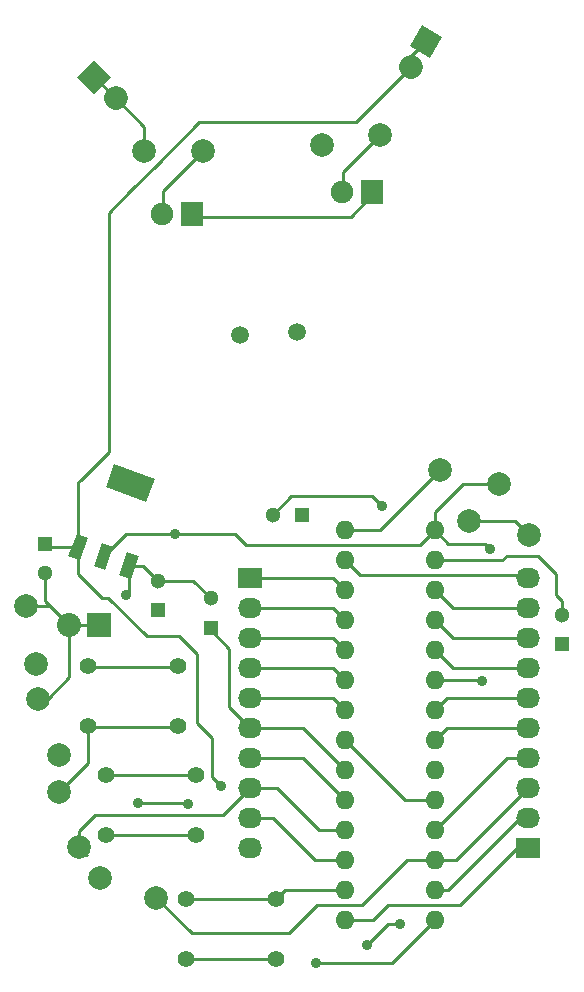
<source format=gbl>
G04 #@! TF.FileFunction,Copper,L2,Bot,Signal*
%FSLAX46Y46*%
G04 Gerber Fmt 4.6, Leading zero omitted, Abs format (unit mm)*
G04 Created by KiCad (PCBNEW 0.201507042246+5884~23~ubuntu14.04.1-product) date Thu 09 Jul 2015 02:20:39 PM PDT*
%MOMM*%
G01*
G04 APERTURE LIST*
%ADD10C,0.150000*%
%ADD11O,1.600000X1.600000*%
%ADD12C,2.032000*%
%ADD13R,2.032000X2.032000*%
%ADD14O,2.032000X2.032000*%
%ADD15C,1.501140*%
%ADD16R,2.032000X1.727200*%
%ADD17O,2.032000X1.727200*%
%ADD18R,1.300000X1.300000*%
%ADD19C,1.300000*%
%ADD20C,1.998980*%
%ADD21R,1.900000X2.000000*%
%ADD22C,1.900000*%
%ADD23C,1.397000*%
%ADD24C,0.900000*%
%ADD25C,0.254000*%
G04 APERTURE END LIST*
D10*
D11*
X219837000Y-110109000D03*
X219837000Y-112649000D03*
X219837000Y-115189000D03*
X219837000Y-117729000D03*
X219837000Y-120269000D03*
X219837000Y-122809000D03*
X219837000Y-125349000D03*
X219837000Y-127889000D03*
X219837000Y-130429000D03*
X219837000Y-132969000D03*
X219837000Y-135509000D03*
X219837000Y-138049000D03*
X219837000Y-140589000D03*
X219837000Y-143129000D03*
X227457000Y-143129000D03*
X227457000Y-140589000D03*
X227457000Y-138049000D03*
X227457000Y-135509000D03*
X227457000Y-132969000D03*
X227457000Y-130429000D03*
X227457000Y-127889000D03*
X227457000Y-125349000D03*
X227457000Y-122809000D03*
X227457000Y-120269000D03*
X227457000Y-117729000D03*
X227457000Y-115189000D03*
X227457000Y-112649000D03*
X227457000Y-110109000D03*
D10*
G36*
X198628000Y-73191841D02*
X197191159Y-71755000D01*
X198628000Y-70318159D01*
X200064841Y-71755000D01*
X198628000Y-73191841D01*
X198628000Y-73191841D01*
G37*
D12*
X200424051Y-73551051D02*
X200424051Y-73551051D01*
D10*
G36*
X225307118Y-69078882D02*
X226323118Y-67319118D01*
X228082882Y-68335118D01*
X227066882Y-70094882D01*
X225307118Y-69078882D01*
X225307118Y-69078882D01*
G37*
D12*
X225425000Y-70906705D02*
X225425000Y-70906705D01*
D13*
X199009000Y-118110000D03*
D14*
X196469000Y-118110000D03*
D15*
X215797595Y-93344251D03*
X210922405Y-93599749D03*
D10*
G36*
X203728353Y-105787894D02*
X203033368Y-107697349D01*
X199596349Y-106446376D01*
X200291334Y-104536921D01*
X203728353Y-105787894D01*
X203728353Y-105787894D01*
G37*
G36*
X200228505Y-111541884D02*
X199533520Y-113451339D01*
X198578793Y-113103846D01*
X199273778Y-111194391D01*
X200228505Y-111541884D01*
X200228505Y-111541884D01*
G37*
G36*
X198080368Y-110760026D02*
X197385383Y-112669481D01*
X196430656Y-112321988D01*
X197125641Y-110412533D01*
X198080368Y-110760026D01*
X198080368Y-110760026D01*
G37*
G36*
X202376643Y-112323742D02*
X201681658Y-114233197D01*
X200726931Y-113885704D01*
X201421916Y-111976249D01*
X202376643Y-112323742D01*
X202376643Y-112323742D01*
G37*
D16*
X211836000Y-114173000D03*
D17*
X211836000Y-116713000D03*
X211836000Y-119253000D03*
X211836000Y-121793000D03*
X211836000Y-124333000D03*
X211836000Y-126873000D03*
X211836000Y-129413000D03*
X211836000Y-131953000D03*
X211836000Y-134493000D03*
X211836000Y-137033000D03*
D16*
X235331000Y-137033000D03*
D17*
X235331000Y-134493000D03*
X235331000Y-131953000D03*
X235331000Y-129413000D03*
X235331000Y-126873000D03*
X235331000Y-124333000D03*
X235331000Y-121793000D03*
X235331000Y-119253000D03*
X235331000Y-116713000D03*
X235331000Y-114173000D03*
D18*
X204038200Y-116890800D03*
D19*
X204038200Y-114390800D03*
D18*
X194462400Y-111252000D03*
D19*
X194462400Y-113752000D03*
D18*
X238252000Y-119761000D03*
D19*
X238252000Y-117261000D03*
D18*
X216204800Y-108788200D03*
D19*
X213704800Y-108788200D03*
D18*
X208457800Y-118389400D03*
D19*
X208457800Y-115889400D03*
D20*
X193677209Y-121434989D03*
X192808750Y-116509709D03*
X199124170Y-139530969D03*
X203823817Y-141241500D03*
X217883611Y-77523009D03*
X222808891Y-76654550D03*
X202859640Y-77978000D03*
X207860900Y-77978000D03*
X232912920Y-106166491D03*
X235413550Y-110497709D03*
X230357680Y-109352509D03*
X227857050Y-105021291D03*
X195639569Y-132271370D03*
X197350100Y-136971017D03*
D21*
X206857600Y-83362800D03*
D22*
X204317600Y-83362800D03*
D21*
X222097600Y-81483200D03*
D22*
X219557600Y-81483200D03*
D23*
X205740000Y-121615200D03*
X205740000Y-126695200D03*
X198120000Y-121615200D03*
X198120000Y-126695200D03*
X207264000Y-130860800D03*
X207264000Y-135940800D03*
X199644000Y-130860800D03*
X199644000Y-135940800D03*
X214020400Y-141325600D03*
X214020400Y-146405600D03*
X206400400Y-141325600D03*
X206400400Y-146405600D03*
D20*
X195596631Y-129145430D03*
X193886100Y-124445783D03*
D24*
X202311000Y-133248400D03*
X206552800Y-133273800D03*
X222961200Y-108026200D03*
X201320400Y-115620800D03*
X217424000Y-146761200D03*
X209321400Y-131775200D03*
X232156000Y-111709200D03*
X231444800Y-122885200D03*
X205460600Y-110413800D03*
X221716600Y-145237200D03*
X224459800Y-143459200D03*
D25*
X208457800Y-118389400D02*
X208457800Y-118541800D01*
X208457800Y-118541800D02*
X210058000Y-120142000D01*
X210058000Y-120142000D02*
X210058000Y-125095000D01*
X210058000Y-125095000D02*
X211836000Y-126873000D01*
X216281000Y-126873000D02*
X219837000Y-130429000D01*
X211836000Y-126873000D02*
X216281000Y-126873000D01*
X206527400Y-133248400D02*
X202311000Y-133248400D01*
X206552800Y-133273800D02*
X206527400Y-133248400D01*
X196469000Y-118110000D02*
X196469000Y-122567700D01*
X196469000Y-122567700D02*
X194741800Y-124294900D01*
X194462400Y-113752000D02*
X194462400Y-115631600D01*
X194437000Y-115657000D02*
X194437000Y-116078000D01*
X194437000Y-116078000D02*
X196469000Y-118110000D01*
X194462400Y-115631600D02*
X194437000Y-115657000D01*
X192808750Y-116509709D02*
X194868709Y-116509709D01*
X194868709Y-116509709D02*
X196469000Y-118110000D01*
X207314800Y-135890000D02*
X199694800Y-135890000D01*
X220346340Y-83566000D02*
X222251340Y-81661000D01*
X207519340Y-83566000D02*
X220346340Y-83566000D01*
X207011340Y-83058000D02*
X207519340Y-83566000D01*
X207011340Y-83058000D02*
X206629000Y-83440340D01*
X196469000Y-118110000D02*
X199009000Y-118110000D01*
X224917000Y-132969000D02*
X227457000Y-132969000D01*
X219837000Y-127889000D02*
X224917000Y-132969000D01*
X215279600Y-107213400D02*
X213704800Y-108788200D01*
X222148400Y-107213400D02*
X215279600Y-107213400D01*
X222961200Y-108026200D02*
X222148400Y-107213400D01*
X202752123Y-113104723D02*
X204038200Y-114390800D01*
X201551787Y-113104723D02*
X202752123Y-113104723D01*
X201551787Y-115389413D02*
X201320400Y-115620800D01*
X201551787Y-113104723D02*
X201551787Y-115389413D01*
X206959200Y-114390800D02*
X208457800Y-115889400D01*
X204038200Y-114390800D02*
X206959200Y-114390800D01*
X233172000Y-112649000D02*
X233553000Y-112268000D01*
X233553000Y-112268000D02*
X236220000Y-112268000D01*
X236220000Y-112268000D02*
X237744000Y-113792000D01*
X237744000Y-113792000D02*
X237744000Y-115570000D01*
X237744000Y-115570000D02*
X238252000Y-116078000D01*
X238252000Y-116078000D02*
X238252000Y-117261000D01*
X227457000Y-112649000D02*
X233172000Y-112649000D01*
X219837000Y-132969000D02*
X216281000Y-129413000D01*
X213537800Y-129413000D02*
X213106000Y-129413000D01*
X216281000Y-129413000D02*
X213537800Y-129413000D01*
X211836000Y-129413000D02*
X213537800Y-129413000D01*
X197255512Y-111541007D02*
X194751407Y-111541007D01*
X194751407Y-111541007D02*
X194462400Y-111252000D01*
X225425000Y-69977000D02*
X225425000Y-70906705D01*
X225425000Y-69977000D02*
X225425000Y-70906705D01*
X226695000Y-68707000D02*
X225425000Y-69977000D01*
X197255512Y-106071288D02*
X197255512Y-111541007D01*
X201676000Y-81407000D02*
X199821800Y-83261200D01*
X220766705Y-75565000D02*
X209169000Y-75565000D01*
X225425000Y-70906705D02*
X220766705Y-75565000D01*
X207518000Y-75565000D02*
X209169000Y-75565000D01*
X201930000Y-81153000D02*
X201676000Y-81407000D01*
X203835000Y-79248000D02*
X201930000Y-81153000D01*
X203835000Y-79248000D02*
X207518000Y-75565000D01*
X199821800Y-103505000D02*
X197485000Y-105841800D01*
X199821800Y-103276400D02*
X199821800Y-103505000D01*
X199821800Y-83261200D02*
X199821800Y-103276400D01*
X197485000Y-105841800D02*
X197255512Y-106071288D01*
X227457000Y-143129000D02*
X227457000Y-143154400D01*
X197255512Y-113841912D02*
X199237600Y-115824000D01*
X199237600Y-115824000D02*
X199796400Y-115824000D01*
X199796400Y-115824000D02*
X203047600Y-119075200D01*
X203047600Y-119075200D02*
X205816200Y-119075200D01*
X205816200Y-119075200D02*
X207314800Y-120573800D01*
X207314800Y-120573800D02*
X207314800Y-126466600D01*
X197255512Y-111541007D02*
X197255512Y-113841912D01*
X227457000Y-143154400D02*
X223850200Y-146761200D01*
X223850200Y-146761200D02*
X217424000Y-146761200D01*
X208584800Y-131038600D02*
X209321400Y-131775200D01*
X207314800Y-126466600D02*
X208584800Y-127736600D01*
X208584800Y-127736600D02*
X208584800Y-131038600D01*
X227457000Y-122809000D02*
X231368600Y-122809000D01*
X228600000Y-111252000D02*
X227457000Y-110109000D01*
X231698800Y-111252000D02*
X228600000Y-111252000D01*
X232156000Y-111709200D02*
X231698800Y-111252000D01*
X231368600Y-122809000D02*
X231444800Y-122885200D01*
X198628000Y-121666000D02*
X206248000Y-121666000D01*
X214757000Y-140589000D02*
X219837000Y-140589000D01*
X198628000Y-71755000D02*
X200424051Y-73551051D01*
X213995000Y-141351000D02*
X206375000Y-141351000D01*
X213995000Y-141351000D02*
X214757000Y-140589000D01*
X226187000Y-111379000D02*
X211455000Y-111379000D01*
X211455000Y-111379000D02*
X210947000Y-110871000D01*
X227457000Y-110109000D02*
X226187000Y-111379000D01*
X227457000Y-109488811D02*
X227457000Y-110109000D01*
X202859640Y-75986640D02*
X202859640Y-77978000D01*
X200424051Y-73551051D02*
X202859640Y-75986640D01*
X205460600Y-110413800D02*
X201312714Y-110413800D01*
X210489800Y-110413800D02*
X205460600Y-110413800D01*
X201312714Y-110413800D02*
X199403649Y-112322865D01*
X210947000Y-110871000D02*
X210489800Y-110413800D01*
X229824709Y-106166491D02*
X227457000Y-108534200D01*
X227457000Y-108534200D02*
X227457000Y-110109000D01*
X232912920Y-106166491D02*
X229824709Y-106166491D01*
X204471340Y-82637560D02*
X204471340Y-83058000D01*
X204471340Y-81367560D02*
X204471340Y-83058000D01*
X207860900Y-77978000D02*
X204471340Y-81367560D01*
X219893690Y-81661000D02*
X219711340Y-81661000D01*
X219711340Y-79752101D02*
X219711340Y-81661000D01*
X222808891Y-76654550D02*
X219711340Y-79752101D01*
X222769341Y-110109000D02*
X219837000Y-110109000D01*
X227857050Y-105021291D02*
X222769341Y-110109000D01*
X218821000Y-116713000D02*
X219837000Y-117729000D01*
X211836000Y-116713000D02*
X218821000Y-116713000D01*
X218821000Y-119253000D02*
X219837000Y-120269000D01*
X211836000Y-119253000D02*
X218821000Y-119253000D01*
X228092000Y-141859000D02*
X225247200Y-141859000D01*
X234391200Y-137033000D02*
X235331000Y-137033000D01*
X229565200Y-141859000D02*
X234391200Y-137033000D01*
X228092000Y-141859000D02*
X229565200Y-141859000D01*
X225247200Y-141859000D02*
X223520000Y-141859000D01*
X223520000Y-141859000D02*
X222250000Y-143129000D01*
X222250000Y-143129000D02*
X219837000Y-143129000D01*
X235331000Y-134493000D02*
X234619800Y-134493000D01*
X234619800Y-134493000D02*
X228523800Y-140589000D01*
X228523800Y-140589000D02*
X227457000Y-140589000D01*
X203595217Y-141495500D02*
X204131900Y-141495500D01*
X204131900Y-141495500D02*
X206857600Y-144221200D01*
X225069400Y-138049000D02*
X227457000Y-138049000D01*
X221284800Y-141833600D02*
X225069400Y-138049000D01*
X217474800Y-141833600D02*
X221284800Y-141833600D01*
X215087200Y-144221200D02*
X217474800Y-141833600D01*
X206857600Y-144221200D02*
X215087200Y-144221200D01*
X229235000Y-138049000D02*
X227457000Y-138049000D01*
X235331000Y-131953000D02*
X229235000Y-138049000D01*
X233553000Y-129413000D02*
X235331000Y-129413000D01*
X227457000Y-135509000D02*
X233553000Y-129413000D01*
X227457000Y-127889000D02*
X228473000Y-126873000D01*
X228473000Y-126873000D02*
X235331000Y-126873000D01*
X221716600Y-145237200D02*
X223494600Y-143459200D01*
X223494600Y-143459200D02*
X224459800Y-143459200D01*
X227457000Y-125349000D02*
X228473000Y-124333000D01*
X228473000Y-124333000D02*
X235331000Y-124333000D01*
X227457000Y-120269000D02*
X228981000Y-121793000D01*
X228981000Y-121793000D02*
X235331000Y-121793000D01*
X227457000Y-117729000D02*
X228981000Y-119253000D01*
X228981000Y-119253000D02*
X235331000Y-119253000D01*
X228981000Y-116713000D02*
X235331000Y-116713000D01*
X227457000Y-115189000D02*
X228981000Y-116713000D01*
X235077000Y-113919000D02*
X221107000Y-113919000D01*
X235331000Y-114173000D02*
X235077000Y-113919000D01*
X221107000Y-113919000D02*
X219837000Y-112649000D01*
X218821000Y-114173000D02*
X219837000Y-115189000D01*
X211836000Y-114173000D02*
X218821000Y-114173000D01*
X218821000Y-121793000D02*
X219837000Y-122809000D01*
X211836000Y-121793000D02*
X218821000Y-121793000D01*
X218821000Y-124333000D02*
X219837000Y-125349000D01*
X211836000Y-124333000D02*
X218821000Y-124333000D01*
X197350100Y-136971017D02*
X197350100Y-135618500D01*
X209524600Y-134264400D02*
X211836000Y-131953000D01*
X198704200Y-134264400D02*
X209524600Y-134264400D01*
X197350100Y-135618500D02*
X198704200Y-134264400D01*
X211836000Y-131953000D02*
X211480400Y-131953000D01*
X197996283Y-137617200D02*
X197350100Y-136971017D01*
X211836000Y-131953000D02*
X211302600Y-131953000D01*
X214096600Y-131953000D02*
X217652600Y-135509000D01*
X211836000Y-131953000D02*
X214096600Y-131953000D01*
X217652600Y-135509000D02*
X219837000Y-135509000D01*
X213715600Y-134493000D02*
X217271600Y-138049000D01*
X217271600Y-138049000D02*
X219837000Y-138049000D01*
X211836000Y-134493000D02*
X213715600Y-134493000D01*
X198120000Y-126695200D02*
X198120000Y-129790939D01*
X198120000Y-129790939D02*
X195639569Y-132271370D01*
X197993000Y-126746000D02*
X197710539Y-126746000D01*
X197993000Y-126746000D02*
X205613000Y-126746000D01*
X207314800Y-130810000D02*
X199694800Y-130810000D01*
X230357680Y-109352509D02*
X230736480Y-108973709D01*
X234268350Y-109352509D02*
X235413550Y-110497709D01*
X230357680Y-109352509D02*
X234268350Y-109352509D01*
X213995000Y-146431000D02*
X206375000Y-146431000D01*
M02*

</source>
